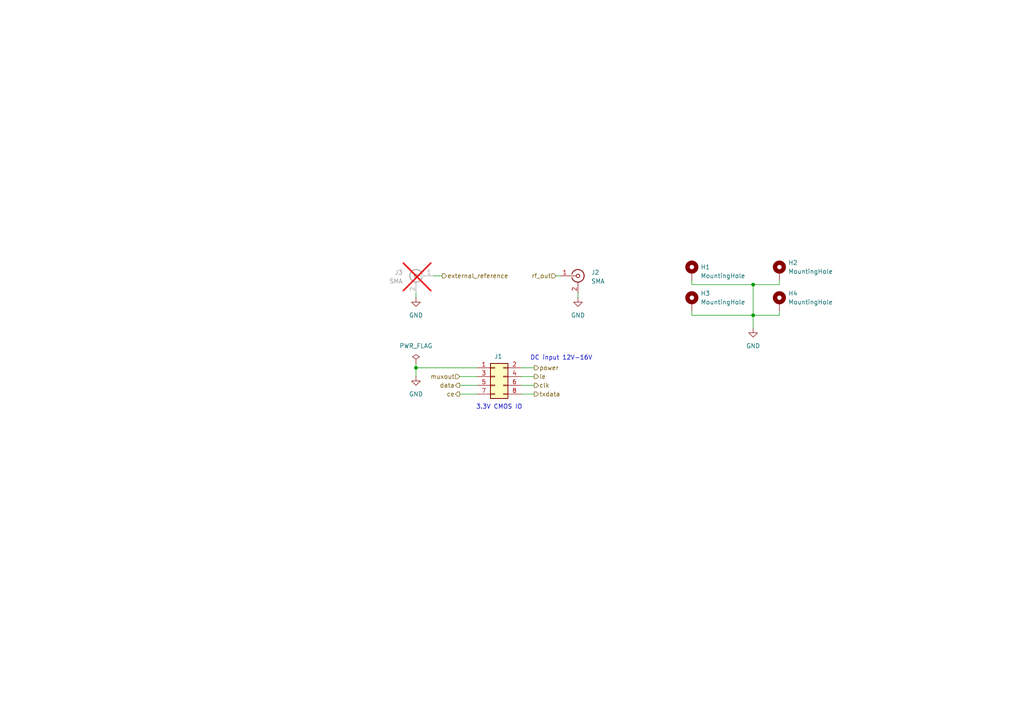
<source format=kicad_sch>
(kicad_sch (version 20250114) (generator "eeschema") (generator_version "9.0")
  (paper "A4")
  (title_block (title "ADF4158 + HMC391 PCB") (date "2025-04-25") (rev "v1.0") (company "Daniel Estévez"))
  (lib_symbols
    (symbol "Connector:Conn_Coaxial" (pin_names (offset 1.016) (hide yes))
      (property "Reference" "J" (at 0.254 3.048 0))
      (property "Value" "Conn_Coaxial" (at 2.921 0 90))
      (symbol "Conn_Coaxial_0_1"
        (polyline (pts (xy -2.54 0) (xy -0.508 0)))
        (arc (start 1.778 0) (mid 0.222 -1.8079) (end -1.778 -0.508) (stroke (width 0.254)))
        (arc (start -1.778 0.508) (mid 0.2221 1.8084) (end 1.778 0) (stroke (width 0.254)))
        (circle (center 0 0) (radius 0.508) (stroke (width 0.2032)))
        (polyline (pts (xy 0 -2.54) (xy 0 -1.778)))
      )
      (symbol "Conn_Coaxial_1_1"
        (pin passive line (at -5.08 0 0) (length 2.54) (name "In") (number "1"))
        (pin passive line (at 0 -5.08 90) (length 2.54) (name "Ext") (number "2"))
      )
    )
    (symbol "Connector_Generic:Conn_02x04_Odd_Even" (pin_names (offset 1.016) (hide yes))
      (property "Reference" "J" (at 1.27 5.08 0))
      (property "Value" "Conn_02x04_Odd_Even" (at 1.27 -7.62 0))
      (symbol "Conn_02x04_Odd_Even_1_1"
        (rectangle (start -1.27 3.81) (end 3.81 -6.35) (stroke (width 0.254)) (fill (type background)))
        (rectangle (start -1.27 2.667) (end 0 2.413) (stroke (width 0.1524)))
        (rectangle (start -1.27 0.127) (end 0 -0.127) (stroke (width 0.1524)))
        (rectangle (start -1.27 -2.413) (end 0 -2.667) (stroke (width 0.1524)))
        (rectangle (start -1.27 -4.953) (end 0 -5.207) (stroke (width 0.1524)))
        (rectangle (start 3.81 2.667) (end 2.54 2.413) (stroke (width 0.1524)))
        (rectangle (start 3.81 0.127) (end 2.54 -0.127) (stroke (width 0.1524)))
        (rectangle (start 3.81 -2.413) (end 2.54 -2.667) (stroke (width 0.1524)))
        (rectangle (start 3.81 -4.953) (end 2.54 -5.207) (stroke (width 0.1524)))
        (pin passive line (at -5.08 2.54 0) (length 3.81) (name "Pin_1") (number "1"))
        (pin passive line (at -5.08 0 0) (length 3.81) (name "Pin_3") (number "3"))
        (pin passive line (at -5.08 -2.54 0) (length 3.81) (name "Pin_5") (number "5"))
        (pin passive line (at -5.08 -5.08 0) (length 3.81) (name "Pin_7") (number "7"))
        (pin passive line (at 7.62 2.54 180) (length 3.81) (name "Pin_2") (number "2"))
        (pin passive line (at 7.62 0 180) (length 3.81) (name "Pin_4") (number "4"))
        (pin passive line (at 7.62 -2.54 180) (length 3.81) (name "Pin_6") (number "6"))
        (pin passive line (at 7.62 -5.08 180) (length 3.81) (name "Pin_8") (number "8"))
      )
    )
    (symbol "Mechanical:MountingHole_Pad" (pin_numbers (hide yes)) (pin_names (offset 1.016) (hide yes)) (in_bom no)
      (property "Reference" "H" (at 0 6.35 0))
      (property "Value" "MountingHole_Pad" (at 0 4.445 0))
      (symbol "MountingHole_Pad_0_1"
        (circle (center 0 1.27) (radius 1.27) (stroke (width 1.27)))
      )
      (symbol "MountingHole_Pad_1_1"
        (pin input line (at 0 -2.54 90) (length 2.54) (name "1") (number "1"))
      )
    )
    (symbol "power:GND" (power) (pin_numbers (hide yes)) (pin_names (offset 0) (hide yes))
      (property "Value" "GND" (at 0 -3.81 0))
      (symbol "GND_0_1"
        (polyline (pts (xy 0 0) (xy 0 -1.27) (xy 1.27 -1.27) (xy 0 -2.54) (xy -1.27 -1.27) (xy 0 -1.27)))
      )
      (symbol "GND_1_1"
        (pin power_in line (at 0 0 270) (length 0) (name "~") (number "1"))
      )
    )
    (symbol "power:PWR_FLAG" (power) (pin_numbers (hide yes)) (pin_names (offset 0) (hide yes))
      (property "Value" "PWR_FLAG" (at 0 3.81 0))
      (symbol "PWR_FLAG_0_0"
        (pin power_out line (at 0 0 90) (length 0) (name "~") (number "1"))
      )
      (symbol "PWR_FLAG_0_1"
        (polyline (pts (xy 0 0) (xy 0 1.27) (xy -1.016 1.905) (xy 0 2.54) (xy 1.016 1.905) (xy 0 1.27)))
      )
    )
  )
  (text "DC input 12V-16V" (at 162.814 103.886 0) (effects (font (size 1.27 1.27))))
  (text "3.3V CMOS IO" (at 144.78 118.11 0) (effects (font (size 1.27 1.27))))
  (junction (at 218.44 82.55))
  (junction (at 120.65 106.68))
  (junction (at 218.44 91.44))
  (wire (pts (xy 120.65 109.22) (xy 120.65 106.68)))
  (wire (pts (xy 167.64 86.36) (xy 167.64 85.09)))
  (wire (pts (xy 120.65 105.41) (xy 120.65 106.68)))
  (wire (pts (xy 218.44 82.55) (xy 226.06 82.55)))
  (wire (pts (xy 133.35 109.22) (xy 138.43 109.22)))
  (wire (pts (xy 200.66 91.44) (xy 218.44 91.44)))
  (wire (pts (xy 133.35 114.3) (xy 138.43 114.3)))
  (wire (pts (xy 161.29 80.01) (xy 162.56 80.01)))
  (wire (pts (xy 151.13 114.3) (xy 154.94 114.3)))
  (wire (pts (xy 226.06 90.17) (xy 226.06 91.44)))
  (wire (pts (xy 200.66 82.55) (xy 218.44 82.55)))
  (wire (pts (xy 125.73 80.01) (xy 128.27 80.01)))
  (wire (pts (xy 218.44 82.55) (xy 218.44 91.44)))
  (wire (pts (xy 151.13 111.76) (xy 154.94 111.76)))
  (wire (pts (xy 151.13 109.22) (xy 154.94 109.22)))
  (wire (pts (xy 120.65 106.68) (xy 138.43 106.68)))
  (wire (pts (xy 200.66 81.28) (xy 200.66 82.55)))
  (wire (pts (xy 133.35 111.76) (xy 138.43 111.76)))
  (wire (pts (xy 226.06 91.44) (xy 218.44 91.44)))
  (wire (pts (xy 200.66 90.17) (xy 200.66 91.44)))
  (wire (pts (xy 226.06 81.28) (xy 226.06 82.55)))
  (wire (pts (xy 218.44 91.44) (xy 218.44 95.25)))
  (wire (pts (xy 151.13 106.68) (xy 154.94 106.68)))
  (wire (pts (xy 120.65 85.09) (xy 120.65 86.36)))
  (hierarchical_label "txdata" (shape output) (at 154.94 114.3 0))
  (hierarchical_label "clk" (shape output) (at 154.94 111.76 0))
  (hierarchical_label "external_reference" (shape output) (at 128.27 80.01 0))
  (hierarchical_label "le" (shape output) (at 154.94 109.22 0))
  (hierarchical_label "power" (shape output) (at 154.94 106.68 0))
  (hierarchical_label "rf_out" (shape input) (at 161.29 80.01 180))
  (hierarchical_label "muxout" (shape input) (at 133.35 109.22 180))
  (hierarchical_label "ce" (shape output) (at 133.35 114.3 180))
  (hierarchical_label "data" (shape output) (at 133.35 111.76 180))
  (symbol (lib_id "power:GND") (at 167.64 86.36 0) (unit 1)
    (property "Reference" "#PWR025" (effects (hide yes)))
    (property "Value" "GND" (at 167.64 91.44 0))
    (property "Description" "Power symbol creates a global label with name \"GND\" , ground" (effects (hide yes)))
  )
  (symbol (lib_id "power:GND") (at 120.65 86.36 0) (mirror y) (unit 1)
    (property "Reference" "#PWR02" (effects (hide yes)))
    (property "Value" "GND" (at 120.65 91.44 0))
    (property "Description" "Power symbol creates a global label with name \"GND\" , ground" (effects (hide yes)))
  )
  (symbol (lib_id "Mechanical:MountingHole_Pad") (at 226.06 78.74 0) (unit 1) (in_bom no)
    (property "Reference" "H2" (at 228.6 76.1999 0) (effects (justify left)))
    (property "Value" "MountingHole" (at 228.6 78.7399 0) (effects (justify left)))
    (property "Footprint" "MountingHole:MountingHole_2.2mm_M2_Pad" (effects (hide yes)))
    (property "Description" "Mounting Hole with connection" (effects (hide yes)))
  )
  (symbol (lib_id "Connector:Conn_Coaxial") (at 120.65 80.01 0) (mirror y) (unit 1) (dnp yes)
    (property "Reference" "J3" (at 116.84 79.0331 0) (effects (justify left)))
    (property "Value" "SMA" (at 116.84 81.5731 0) (effects (justify left)))
    (property "Footprint" "ADF4158_HMC391_PCB:WRL-23187" (effects (hide yes)))
    (property "Datasheet" "https://cdn.sparkfun.com/assets/c/2/9/a/7/SMA-KE-347C-H13.5-1.pdf" (effects (hide yes)))
    (property "Description" "SMA CONNECTOR" (effects (hide yes)))
    (property "Digikey Part Number" "  1568-WRL-23187-ND" (effects (hide yes)))
  )
  (symbol (lib_id "power:GND") (at 218.44 95.25 0) (unit 1)
    (property "Reference" "#PWR024" (effects (hide yes)))
    (property "Value" "GND" (at 218.44 100.33 0))
    (property "Description" "Power symbol creates a global label with name \"GND\" , ground" (effects (hide yes)))
  )
  (symbol (lib_id "Mechanical:MountingHole_Pad") (at 200.66 87.63 0) (unit 1) (in_bom no)
    (property "Reference" "H3" (at 203.2 85.0899 0) (effects (justify left)))
    (property "Value" "MountingHole" (at 203.2 87.6299 0) (effects (justify left)))
    (property "Footprint" "MountingHole:MountingHole_2.2mm_M2_Pad" (effects (hide yes)))
    (property "Description" "Mounting Hole with connection" (effects (hide yes)))
  )
  (symbol (lib_id "power:GND") (at 120.65 109.22 0) (unit 1)
    (property "Reference" "#PWR058" (effects (hide yes)))
    (property "Value" "GND" (at 120.65 114.3 0))
    (property "Description" "Power symbol creates a global label with name \"GND\" , ground" (effects (hide yes)))
  )
  (symbol (lib_id "Mechanical:MountingHole_Pad") (at 200.66 78.74 0) (unit 1) (in_bom no)
    (property "Reference" "H1" (at 203.2 77.4699 0) (effects (justify left)))
    (property "Value" "MountingHole" (at 203.2 80.0099 0) (effects (justify left)))
    (property "Footprint" "MountingHole:MountingHole_2.2mm_M2_Pad" (effects (hide yes)))
    (property "Description" "Mounting Hole with connection" (effects (hide yes)))
  )
  (symbol (lib_id "power:PWR_FLAG") (at 120.65 105.41 0) (unit 1)
    (property "Reference" "#FLG07" (effects (hide yes)))
    (property "Value" "PWR_FLAG" (at 120.65 100.33 0))
    (property "Description" "Special symbol for telling ERC where power comes from" (effects (hide yes)))
  )
  (symbol (lib_id "Connector:Conn_Coaxial") (at 167.64 80.01 0) (unit 1)
    (property "Reference" "J2" (at 171.45 79.0331 0) (effects (justify left)))
    (property "Value" "SMA" (at 171.45 81.5731 0) (effects (justify left)))
    (property "Footprint" "ADF4158_HMC391_PCB:2484637-1" (effects (hide yes)))
    (property "Datasheet" "https://www.te.com/en/product-2484637-1.datasheet.pdf" (effects (hide yes)))
    (property "Description" "SMA CONNECTOR" (effects (hide yes)))
    (property "Digikey Part Number" "  343-2484637-1-ND" (effects (hide yes)))
  )
  (symbol (lib_id "Mechanical:MountingHole_Pad") (at 226.06 87.63 0) (unit 1) (in_bom no)
    (property "Reference" "H4" (at 228.6 85.0899 0) (effects (justify left)))
    (property "Value" "MountingHole" (at 228.6 87.6299 0) (effects (justify left)))
    (property "Footprint" "MountingHole:MountingHole_2.2mm_M2_Pad" (effects (hide yes)))
    (property "Description" "Mounting Hole with connection" (effects (hide yes)))
  )
  (symbol (lib_id "Connector_Generic:Conn_02x04_Odd_Even") (at 143.51 109.22 0) (unit 1)
    (property "Reference" "J1" (at 144.526 103.378 0))
    (property "Value" "Conn_02x04_Odd_Even" (effects (hide yes)))
    (property "Footprint" "Connector_PinHeader_2.54mm:PinHeader_2x04_P2.54mm_Vertical" (effects (hide yes)))
    (property "Datasheet" "https://app.adam-tech.com/products/download/data_sheet/202065/ph2-xx-ua-data-sheet.pdf" (effects (hide yes)))
    (property "Description" "Generic connector, double row, 02x04, odd/even pin numbering scheme (row 1 odd numbers, row 2 even numbers), script generated (kicad-library-utils/schlib/autogen/connector/)" (effects (hide yes)))
    (property "Digikey Part Number" "2057-PH2-08-UA-ND" (effects (hide yes)))
  )
)
</source>
